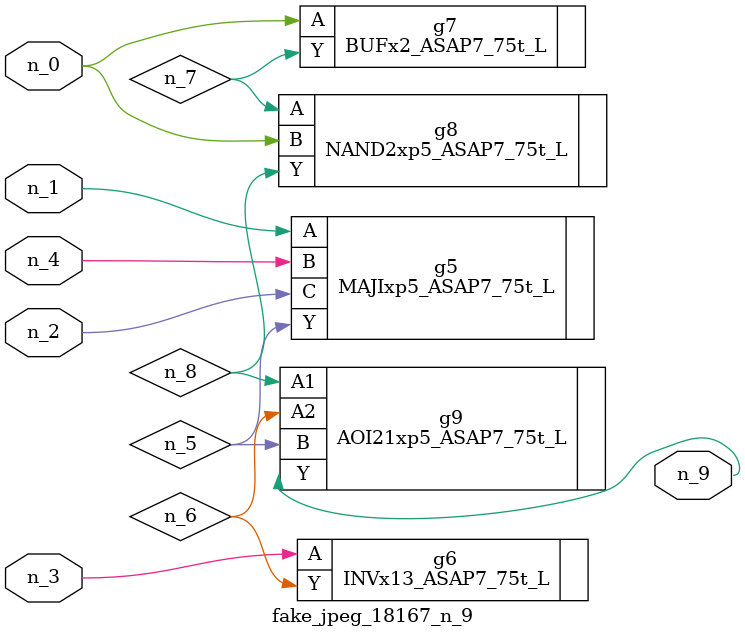
<source format=v>
module fake_jpeg_18167_n_9 (n_3, n_2, n_1, n_0, n_4, n_9);

input n_3;
input n_2;
input n_1;
input n_0;
input n_4;

output n_9;

wire n_8;
wire n_6;
wire n_5;
wire n_7;

MAJIxp5_ASAP7_75t_L g5 ( 
.A(n_1),
.B(n_4),
.C(n_2),
.Y(n_5)
);

INVx13_ASAP7_75t_L g6 ( 
.A(n_3),
.Y(n_6)
);

BUFx2_ASAP7_75t_L g7 ( 
.A(n_0),
.Y(n_7)
);

NAND2xp5_ASAP7_75t_L g8 ( 
.A(n_7),
.B(n_0),
.Y(n_8)
);

AOI21xp5_ASAP7_75t_L g9 ( 
.A1(n_8),
.A2(n_6),
.B(n_5),
.Y(n_9)
);


endmodule
</source>
